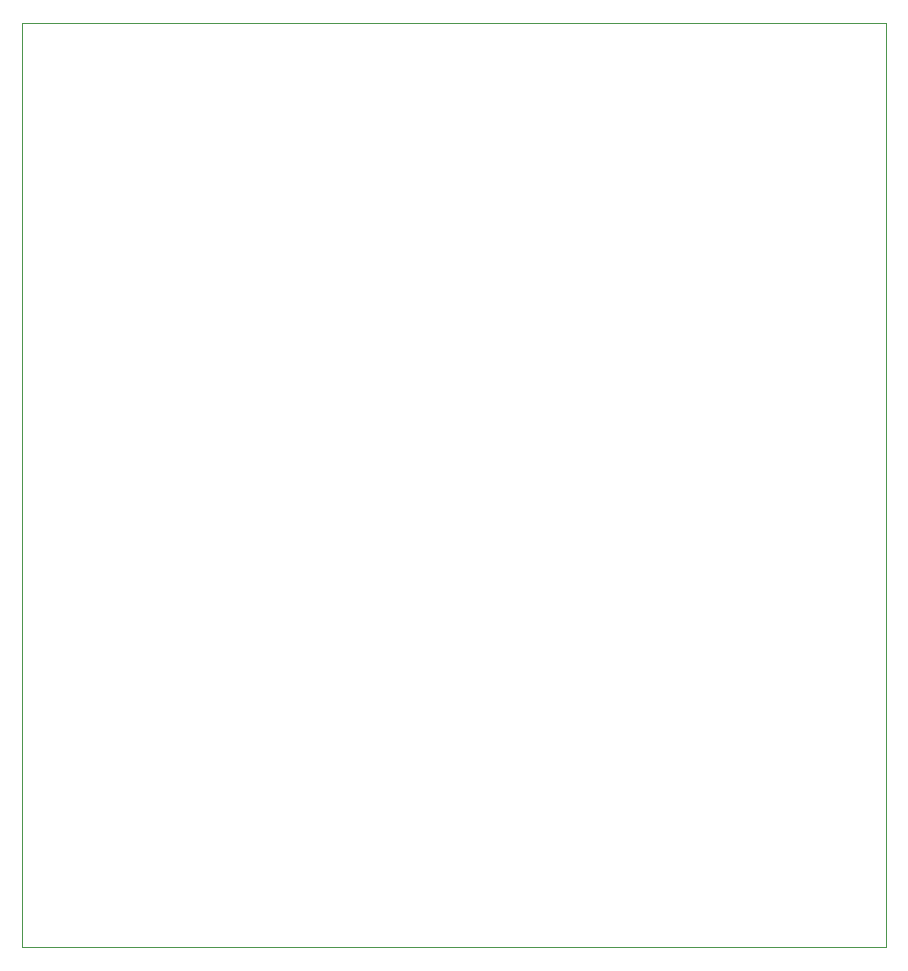
<source format=gbr>
%TF.GenerationSoftware,KiCad,Pcbnew,9.0.1*%
%TF.CreationDate,2026-02-09T08:32:13+09:00*%
%TF.ProjectId,SSP4,53535034-2e6b-4696-9361-645f70636258,rev?*%
%TF.SameCoordinates,PX5c0c740PY7b0df40*%
%TF.FileFunction,Profile,NP*%
%FSLAX46Y46*%
G04 Gerber Fmt 4.6, Leading zero omitted, Abs format (unit mm)*
G04 Created by KiCad (PCBNEW 9.0.1) date 2026-02-09 08:32:13*
%MOMM*%
%LPD*%
G01*
G04 APERTURE LIST*
%TA.AperFunction,Profile*%
%ADD10C,0.100000*%
%TD*%
G04 APERTURE END LIST*
D10*
X0Y78232000D02*
X73152000Y78232000D01*
X73152000Y0D01*
X0Y0D01*
X0Y78232000D01*
M02*

</source>
